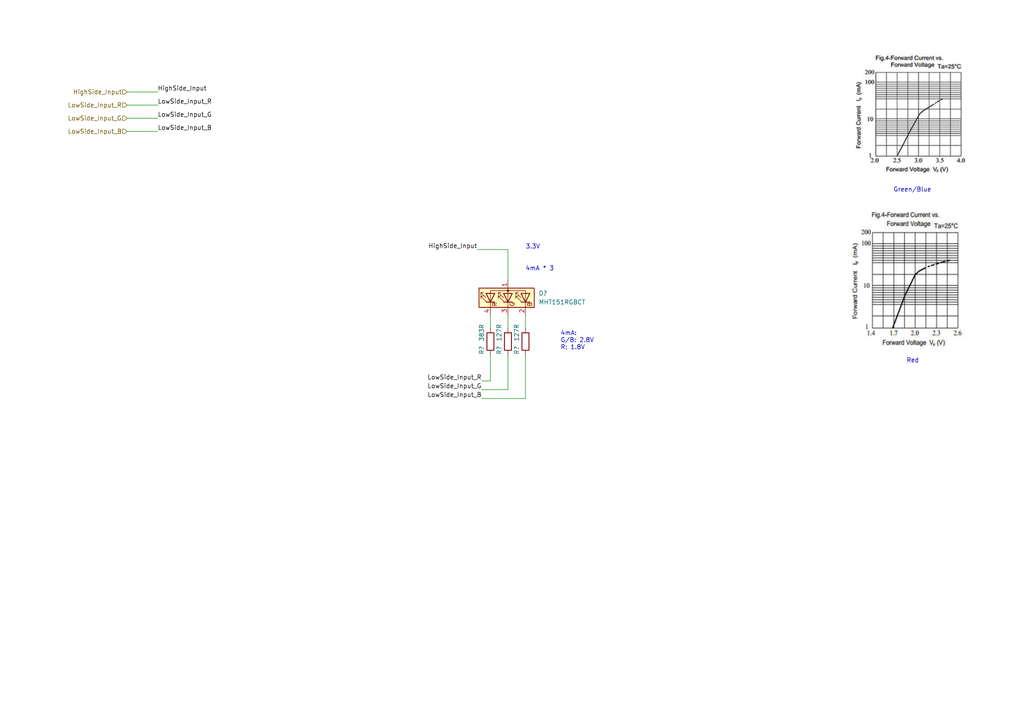
<source format=kicad_sch>
(kicad_sch (version 20230121) (generator eeschema)
  (paper "A4")
  (lib_symbols
    (symbol "Device:LED_ABGR" (pin_names (offset 0) hide)
      (property "Reference" "D" (at 0 9.398 0))
      (property "Value" "LED_ABGR" (at 0 -8.89 0))
      (symbol "LED_ABGR_0_0"
        (text "B" (at -1.905 -6.35 0) (effects (font (size 1.27 1.27))))
        (text "G" (at -1.905 -1.27 0) (effects (font (size 1.27 1.27))))
        (text "R" (at -1.905 3.81 0) (effects (font (size 1.27 1.27))))
      )
      (symbol "LED_ABGR_0_1"
        (polyline (pts (xy -1.27 -5.08) (xy -2.54 -5.08)))
        (polyline (pts (xy -1.27 -5.08) (xy 1.27 -5.08)))
        (polyline (pts (xy -1.27 -3.81) (xy -1.27 -6.35)) (stroke (width 0.254)))
        (polyline (pts (xy -1.27 0) (xy -2.54 0)))
        (polyline (pts (xy -1.27 1.27) (xy -1.27 -1.27)) (stroke (width 0.254)))
        (polyline (pts (xy -1.27 5.08) (xy -2.54 5.08)))
        (polyline (pts (xy -1.27 5.08) (xy 1.27 5.08)))
        (polyline (pts (xy -1.27 6.35) (xy -1.27 3.81)) (stroke (width 0.254)))
        (polyline (pts (xy 1.27 0) (xy -1.27 0)))
        (polyline (pts (xy 1.27 0) (xy 2.54 0)))
        (polyline (pts (xy -1.27 1.27) (xy -1.27 -1.27) (xy -1.27 -1.27)))
        (polyline (pts (xy -1.27 6.35) (xy -1.27 3.81) (xy -1.27 3.81)))
        (polyline (pts (xy 1.27 -5.08) (xy 2.032 -5.08) (xy 2.032 5.08) (xy 1.27 5.08)))
        (polyline (pts (xy 1.27 -3.81) (xy 1.27 -6.35) (xy -1.27 -5.08) (xy 1.27 -3.81)) (stroke (width 0.254)))
        (polyline (pts (xy 1.27 1.27) (xy 1.27 -1.27) (xy -1.27 0) (xy 1.27 1.27)) (stroke (width 0.254)))
        (polyline (pts (xy 1.27 6.35) (xy 1.27 3.81) (xy -1.27 5.08) (xy 1.27 6.35)) (stroke (width 0.254)))
        (polyline (pts (xy -1.016 -3.81) (xy 0.508 -2.286) (xy -0.254 -2.286) (xy 0.508 -2.286) (xy 0.508 -3.048)))
        (polyline (pts (xy -1.016 1.27) (xy 0.508 2.794) (xy -0.254 2.794) (xy 0.508 2.794) (xy 0.508 2.032)))
        (polyline (pts (xy -1.016 6.35) (xy 0.508 7.874) (xy -0.254 7.874) (xy 0.508 7.874) (xy 0.508 7.112)))
        (polyline (pts (xy 0 -3.81) (xy 1.524 -2.286) (xy 0.762 -2.286) (xy 1.524 -2.286) (xy 1.524 -3.048)))
        (polyline (pts (xy 0 1.27) (xy 1.524 2.794) (xy 0.762 2.794) (xy 1.524 2.794) (xy 1.524 2.032)))
        (polyline (pts (xy 0 6.35) (xy 1.524 7.874) (xy 0.762 7.874) (xy 1.524 7.874) (xy 1.524 7.112)))
        (rectangle (start 1.27 -1.27) (end 1.27 1.27))
        (rectangle (start 1.27 1.27) (end 1.27 1.27))
        (rectangle (start 1.27 3.81) (end 1.27 6.35))
        (rectangle (start 1.27 6.35) (end 1.27 6.35))
        (circle (center 2.032 0) (radius 0.254) (fill (type outline)))
        (rectangle (start 2.794 8.382) (end -2.794 -7.62) (stroke (width 0.254)) (fill (type background)))
      )
      (symbol "LED_ABGR_1_1"
        (pin passive line (at 5.08 0 180) (length 2.54) (name "A") (number "1"))
        (pin passive line (at -5.08 -5.08 0) (length 2.54) (name "BK") (number "2"))
        (pin passive line (at -5.08 0 0) (length 2.54) (name "GK") (number "3"))
        (pin passive line (at -5.08 5.08 0) (length 2.54) (name "RK") (number "4"))
      )
    )
    (symbol "Device:R" (pin_numbers hide) (pin_names (offset 0))
      (property "Reference" "R" (at 2.032 0 90))
      (property "Value" "R" (at 0 0 90))
      (symbol "R_0_1"
        (rectangle (start -1.016 -2.54) (end 1.016 2.54) (stroke (width 0.254)))
      )
      (symbol "R_1_1"
        (pin passive line (at 0 3.81 270) (length 1.27) (name "~") (number "1"))
        (pin passive line (at 0 -3.81 90) (length 1.27) (name "~") (number "2"))
      )
    )
  )
  (wire (pts (xy 147.32 91.44) (xy 147.32 95.25)))
  (wire (pts (xy 36.83 34.29) (xy 45.72 34.29)))
  (wire (pts (xy 152.4 102.87) (xy 152.4 115.57)))
  (wire (pts (xy 142.24 110.49) (xy 142.24 102.87)))
  (wire (pts (xy 139.7 110.49) (xy 142.24 110.49)))
  (wire (pts (xy 147.32 81.28) (xy 147.32 72.39)))
  (wire (pts (xy 152.4 91.44) (xy 152.4 95.25)))
  (wire (pts (xy 36.83 30.48) (xy 45.72 30.48)))
  (wire (pts (xy 139.7 115.57) (xy 152.4 115.57)))
  (wire (pts (xy 147.32 72.39) (xy 138.43 72.39)))
  (wire (pts (xy 147.32 113.03) (xy 147.32 102.87)))
  (wire (pts (xy 142.24 91.44) (xy 142.24 95.25)))
  (wire (pts (xy 36.83 38.1) (xy 45.72 38.1)))
  (wire (pts (xy 36.83 26.67) (xy 45.72 26.67)))
  (wire (pts (xy 139.7 113.03) (xy 147.32 113.03)))
  (image (at 264.16 81.28) (scale 0.90483))
  (image (at 264.16 33.02))
  (text "4mA:\nG/B: 2.8V\nR: 1.8V" (at 162.56 101.6 0) (effects (font (size 1.27 1.27)) (justify left bottom)))
  (text "4mA * 3" (at 152.4 78.74 0) (effects (font (size 1.27 1.27)) (justify left bottom)))
  (text "Green/Blue" (at 259.08 55.88 0) (effects (font (size 1.27 1.27)) (justify left bottom)))
  (text "Red" (at 262.89 105.41 0) (effects (font (size 1.27 1.27)) (justify left bottom)))
  (text "3.3V" (at 152.4 72.39 0) (effects (font (size 1.27 1.27)) (justify left bottom)))
  (label "HighSide_Input" (at 138.43 72.39 180))
  (label "LowSide_Input_G" (at 45.72 34.29 0))
  (label "LowSide_Input_B" (at 45.72 38.1 0))
  (label "LowSide_Input_R" (at 139.7 110.49 180))
  (label "LowSide_Input_R" (at 45.72 30.48 0))
  (label "LowSide_Input_B" (at 139.7 115.57 180))
  (label "HighSide_Input" (at 45.72 26.67 0))
  (label "LowSide_Input_G" (at 139.7 113.03 180))
  (hierarchical_label "LowSide_Input_G" (shape input) (at 36.83 34.29 180))
  (hierarchical_label "LowSide_Input_R" (shape input) (at 36.83 30.48 180))
  (hierarchical_label "LowSide_Input_B" (shape input) (at 36.83 38.1 180))
  (hierarchical_label "HighSide_Input" (shape input) (at 36.83 26.67 180))
  (symbol (lib_id "Device:R") (at 142.24 99.06 0) (unit 1)
    (property "Reference" "R?" (at 139.7 102.87 90) (effects (justify left)))
    (property "Value" "383R" (at 139.7 99.06 90) (effects (justify left)))
    (property "Footprint" "Resistor_SMD:R_0402_1005Metric_Pad0.72x0.64mm_HandSolder" (effects hide))
    (property "Description" "电阻类型: 薄膜电阻 阻值: 383Ω 精度: ±0.1% 功率: 63mW 温度系数: ±25ppm/℃ 工作温度范围: -55℃~+155℃" (effects hide))
    (property "LCSC" "C852748" (effects hide))
    (property "Vendor" "YAGEO(国巨)" (effects hide))
    (property "Vendor Model" "RT0402BRD07383RL" (effects hide))
  )
  (symbol (lib_id "Device:R") (at 152.4 99.06 0) (unit 1)
    (property "Reference" "R?" (at 149.86 102.87 90) (effects (justify left)))
    (property "Value" "127R" (at 149.86 99.06 90) (effects (justify left)))
    (property "Footprint" "Resistor_SMD:R_0402_1005Metric_Pad0.72x0.64mm_HandSolder" (effects hide))
    (property "Description" "电阻类型: 厚膜电阻 阻值: 127Ω 精度: ±1% 功率: 62.5mW 温度系数: ±100ppm/℃ 最大工作电压: 50V 工作温" (effects hide))
    (property "LCSC" "C226766" (effects hide))
    (property "Vendor" "YAGEO(国巨)" (effects hide))
    (property "Vendor Model" "AC0402FR-07127RL" (effects hide))
  )
  (symbol (lib_id "Device:R") (at 147.32 99.06 0) (unit 1)
    (property "Reference" "R?" (at 144.78 102.87 90) (effects (justify left)))
    (property "Value" "127R" (at 144.78 99.06 90) (effects (justify left)))
    (property "Footprint" "Resistor_SMD:R_0402_1005Metric_Pad0.72x0.64mm_HandSolder" (effects hide))
    (property "Description" "电阻类型: 厚膜电阻 阻值: 127Ω 精度: ±1% 功率: 62.5mW 温度系数: ±100ppm/℃ 最大工作电压: 50V 工作温" (effects hide))
    (property "LCSC" "C226766" (effects hide))
    (property "Vendor" "YAGEO(国巨)" (effects hide))
    (property "Vendor Model" "AC0402FR-07127RL" (effects hide))
  )
  (symbol (lib_id "Device:LED_ABGR") (at 147.32 86.36 90) (unit 1)
    (property "Reference" "D?" (at 156.21 85.09 90) (effects (justify right)))
    (property "Value" "MHT151RGBCT" (at 156.21 87.63 90) (effects (justify right)))
    (property "Footprint" "LED_SMD:LED_1206_3216Metric_ReverseMount_Hole1.8x2.4mm" (effects hide))
    (property "Description" "发光颜色：RGB三色 透镜颜色：无色透明 主波长：515nm~530nm；624nm；460nm~470nm 功率：95mW 发光角度：130° 安装方式：反贴 工作温度：-40℃~+85℃ " (effects hide))
    (property "LCSC" "C409782" (effects hide))
    (property "Vendor" " MEIHUA(美华) " (effects hide))
    (property "Vendor Model" " MHT151RGBCT" (effects hide))
  )
)
</source>
